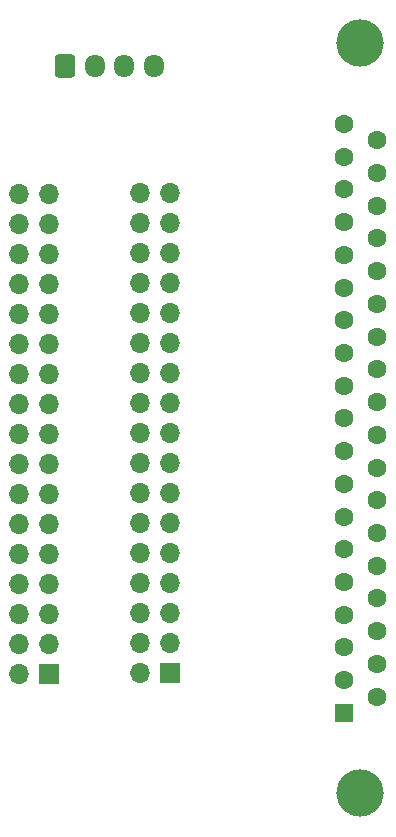
<source format=gbr>
%TF.GenerationSoftware,KiCad,Pcbnew,6.0.11+dfsg-1*%
%TF.CreationDate,2024-03-29T12:04:06-05:00*%
%TF.ProjectId,xerox-floppy-34,7865726f-782d-4666-9c6f-7070792d3334,rev?*%
%TF.SameCoordinates,Original*%
%TF.FileFunction,Soldermask,Top*%
%TF.FilePolarity,Negative*%
%FSLAX46Y46*%
G04 Gerber Fmt 4.6, Leading zero omitted, Abs format (unit mm)*
G04 Created by KiCad (PCBNEW 6.0.11+dfsg-1) date 2024-03-29 12:04:06*
%MOMM*%
%LPD*%
G01*
G04 APERTURE LIST*
G04 Aperture macros list*
%AMRoundRect*
0 Rectangle with rounded corners*
0 $1 Rounding radius*
0 $2 $3 $4 $5 $6 $7 $8 $9 X,Y pos of 4 corners*
0 Add a 4 corners polygon primitive as box body*
4,1,4,$2,$3,$4,$5,$6,$7,$8,$9,$2,$3,0*
0 Add four circle primitives for the rounded corners*
1,1,$1+$1,$2,$3*
1,1,$1+$1,$4,$5*
1,1,$1+$1,$6,$7*
1,1,$1+$1,$8,$9*
0 Add four rect primitives between the rounded corners*
20,1,$1+$1,$2,$3,$4,$5,0*
20,1,$1+$1,$4,$5,$6,$7,0*
20,1,$1+$1,$6,$7,$8,$9,0*
20,1,$1+$1,$8,$9,$2,$3,0*%
G04 Aperture macros list end*
%ADD10C,1.600000*%
%ADD11R,1.600000X1.600000*%
%ADD12C,4.000000*%
%ADD13RoundRect,0.250000X-0.600000X-0.725000X0.600000X-0.725000X0.600000X0.725000X-0.600000X0.725000X0*%
%ADD14O,1.700000X1.950000*%
%ADD15R,1.700000X1.700000*%
%ADD16O,1.700000X1.700000*%
G04 APERTURE END LIST*
D10*
%TO.C,J3*%
X131189669Y-82495000D03*
X131189669Y-85265000D03*
X131189669Y-88035000D03*
X131189669Y-90805000D03*
X131189669Y-93575000D03*
X131189669Y-96345000D03*
X131189669Y-99115000D03*
X131189669Y-101885000D03*
X131189669Y-104655000D03*
X131189669Y-107425000D03*
X131189669Y-110195000D03*
X131189669Y-112965000D03*
X131189669Y-115735000D03*
X131189669Y-118505000D03*
X131189669Y-121275000D03*
X131189669Y-124045000D03*
X131189669Y-126815000D03*
X131189669Y-129585000D03*
X128349669Y-81110000D03*
X128349669Y-83880000D03*
X128349669Y-86650000D03*
X128349669Y-89420000D03*
X128349669Y-92190000D03*
X128349669Y-94960000D03*
X128349669Y-97730000D03*
X128349669Y-100500000D03*
X128349669Y-103270000D03*
X128349669Y-106040000D03*
X128349669Y-108810000D03*
X128349669Y-111580000D03*
X128349669Y-114350000D03*
X128349669Y-117120000D03*
X128349669Y-119890000D03*
X128349669Y-122660000D03*
X128349669Y-125430000D03*
X128349669Y-128200000D03*
D11*
X128349669Y-130970000D03*
D12*
X129769669Y-137790000D03*
X129769669Y-74290000D03*
%TD*%
D13*
%TO.C,J4*%
X104775000Y-76200000D03*
D14*
X107275000Y-76200000D03*
X109775000Y-76200000D03*
X112275000Y-76200000D03*
%TD*%
D15*
%TO.C,J2*%
X113665000Y-127635000D03*
D16*
X111125000Y-127635000D03*
X113665000Y-125095000D03*
X111125000Y-125095000D03*
X113665000Y-122555000D03*
X111125000Y-122555000D03*
X113665000Y-120015000D03*
X111125000Y-120015000D03*
X113665000Y-117475000D03*
X111125000Y-117475000D03*
X113665000Y-114935000D03*
X111125000Y-114935000D03*
X113665000Y-112395000D03*
X111125000Y-112395000D03*
X113665000Y-109855000D03*
X111125000Y-109855000D03*
X113665000Y-107315000D03*
X111125000Y-107315000D03*
X113665000Y-104775000D03*
X111125000Y-104775000D03*
X113665000Y-102235000D03*
X111125000Y-102235000D03*
X113665000Y-99695000D03*
X111125000Y-99695000D03*
X113665000Y-97155000D03*
X111125000Y-97155000D03*
X113665000Y-94615000D03*
X111125000Y-94615000D03*
X113665000Y-92075000D03*
X111125000Y-92075000D03*
X113665000Y-89535000D03*
X111125000Y-89535000D03*
X113665000Y-86995000D03*
X111125000Y-86995000D03*
%TD*%
D15*
%TO.C,J1*%
X103440000Y-127640000D03*
D16*
X100900000Y-127640000D03*
X103440000Y-125100000D03*
X100900000Y-125100000D03*
X103440000Y-122560000D03*
X100900000Y-122560000D03*
X103440000Y-120020000D03*
X100900000Y-120020000D03*
X103440000Y-117480000D03*
X100900000Y-117480000D03*
X103440000Y-114940000D03*
X100900000Y-114940000D03*
X103440000Y-112400000D03*
X100900000Y-112400000D03*
X103440000Y-109860000D03*
X100900000Y-109860000D03*
X103440000Y-107320000D03*
X100900000Y-107320000D03*
X103440000Y-104780000D03*
X100900000Y-104780000D03*
X103440000Y-102240000D03*
X100900000Y-102240000D03*
X103440000Y-99700000D03*
X100900000Y-99700000D03*
X103440000Y-97160000D03*
X100900000Y-97160000D03*
X103440000Y-94620000D03*
X100900000Y-94620000D03*
X103440000Y-92080000D03*
X100900000Y-92080000D03*
X103440000Y-89540000D03*
X100900000Y-89540000D03*
X103440000Y-87000000D03*
X100900000Y-87000000D03*
%TD*%
M02*

</source>
